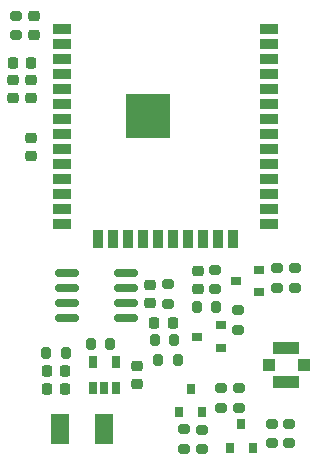
<source format=gbr>
%TF.GenerationSoftware,KiCad,Pcbnew,8.0.1*%
%TF.CreationDate,2024-04-03T20:26:05-05:00*%
%TF.ProjectId,meshtastic-diy,6d657368-7461-4737-9469-632d6469792e,2.1*%
%TF.SameCoordinates,Original*%
%TF.FileFunction,Paste,Top*%
%TF.FilePolarity,Positive*%
%FSLAX46Y46*%
G04 Gerber Fmt 4.6, Leading zero omitted, Abs format (unit mm)*
G04 Created by KiCad (PCBNEW 8.0.1) date 2024-04-03 20:26:05*
%MOMM*%
%LPD*%
G01*
G04 APERTURE LIST*
G04 Aperture macros list*
%AMRoundRect*
0 Rectangle with rounded corners*
0 $1 Rounding radius*
0 $2 $3 $4 $5 $6 $7 $8 $9 X,Y pos of 4 corners*
0 Add a 4 corners polygon primitive as box body*
4,1,4,$2,$3,$4,$5,$6,$7,$8,$9,$2,$3,0*
0 Add four circle primitives for the rounded corners*
1,1,$1+$1,$2,$3*
1,1,$1+$1,$4,$5*
1,1,$1+$1,$6,$7*
1,1,$1+$1,$8,$9*
0 Add four rect primitives between the rounded corners*
20,1,$1+$1,$2,$3,$4,$5,0*
20,1,$1+$1,$4,$5,$6,$7,0*
20,1,$1+$1,$6,$7,$8,$9,0*
20,1,$1+$1,$8,$9,$2,$3,0*%
G04 Aperture macros list end*
%ADD10R,0.900000X0.800000*%
%ADD11RoundRect,0.200000X-0.275000X0.200000X-0.275000X-0.200000X0.275000X-0.200000X0.275000X0.200000X0*%
%ADD12RoundRect,0.150000X-0.825000X-0.150000X0.825000X-0.150000X0.825000X0.150000X-0.825000X0.150000X0*%
%ADD13RoundRect,0.225000X-0.250000X0.225000X-0.250000X-0.225000X0.250000X-0.225000X0.250000X0.225000X0*%
%ADD14R,1.500000X2.500000*%
%ADD15RoundRect,0.225000X0.250000X-0.225000X0.250000X0.225000X-0.250000X0.225000X-0.250000X-0.225000X0*%
%ADD16RoundRect,0.200000X0.275000X-0.200000X0.275000X0.200000X-0.275000X0.200000X-0.275000X-0.200000X0*%
%ADD17RoundRect,0.218750X-0.218750X-0.256250X0.218750X-0.256250X0.218750X0.256250X-0.218750X0.256250X0*%
%ADD18RoundRect,0.200000X-0.200000X-0.275000X0.200000X-0.275000X0.200000X0.275000X-0.200000X0.275000X0*%
%ADD19RoundRect,0.200000X0.200000X0.275000X-0.200000X0.275000X-0.200000X-0.275000X0.200000X-0.275000X0*%
%ADD20RoundRect,0.225000X-0.225000X-0.250000X0.225000X-0.250000X0.225000X0.250000X-0.225000X0.250000X0*%
%ADD21RoundRect,0.225000X0.225000X0.250000X-0.225000X0.250000X-0.225000X-0.250000X0.225000X-0.250000X0*%
%ADD22R,1.000000X1.000000*%
%ADD23R,2.200000X1.050000*%
%ADD24R,0.800000X0.900000*%
%ADD25R,0.650000X1.060000*%
%ADD26R,3.700000X3.700000*%
%ADD27R,1.500000X0.900000*%
%ADD28R,0.900000X1.500000*%
G04 APERTURE END LIST*
D10*
%TO.C,Q1*%
X162500000Y-107500000D03*
X164500000Y-106550000D03*
X164500000Y-108450000D03*
%TD*%
D11*
%TO.C,R1*%
X166000000Y-108050000D03*
X166000000Y-106400000D03*
%TD*%
D12*
%TO.C,U2*%
X153224000Y-106807000D03*
X153224000Y-108077000D03*
X153224000Y-109347000D03*
X153224000Y-110617000D03*
X148274000Y-110617000D03*
X148274000Y-109347000D03*
X148274000Y-108077000D03*
X148274000Y-106807000D03*
%TD*%
D13*
%TO.C,C4*%
X155300000Y-109375000D03*
X155300000Y-107825000D03*
%TD*%
D14*
%TO.C,L2*%
X147650000Y-120050000D03*
X151350000Y-120050000D03*
%TD*%
D15*
%TO.C,C5*%
X145200000Y-90475000D03*
X145200000Y-92025000D03*
%TD*%
D10*
%TO.C,Q2*%
X159250000Y-112200000D03*
X161250000Y-111250000D03*
X161250000Y-113150000D03*
%TD*%
D16*
%TO.C,R3*%
X162700000Y-109975000D03*
X162700000Y-111625000D03*
%TD*%
D11*
%TO.C,R6*%
X156800000Y-109425000D03*
X156800000Y-107775000D03*
%TD*%
%TO.C,R2*%
X167500000Y-108050000D03*
X167500000Y-106400000D03*
%TD*%
D17*
%TO.C,D1*%
X157187500Y-111000000D03*
X155612500Y-111000000D03*
%TD*%
D18*
%TO.C,R14*%
X151900000Y-112800000D03*
X150250000Y-112800000D03*
%TD*%
D19*
%TO.C,R8*%
X155650000Y-112500000D03*
X157300000Y-112500000D03*
%TD*%
D13*
%TO.C,C10*%
X154175000Y-116225000D03*
X154175000Y-114675000D03*
%TD*%
%TO.C,C6*%
X145200000Y-96900000D03*
X145200000Y-95350000D03*
%TD*%
D11*
%TO.C,R9*%
X143900000Y-86675000D03*
X143900000Y-85025000D03*
%TD*%
D20*
%TO.C,C12*%
X148075000Y-116600000D03*
X146525000Y-116600000D03*
%TD*%
D13*
%TO.C,C1*%
X159300000Y-108150000D03*
X159300000Y-106600000D03*
%TD*%
D18*
%TO.C,R4*%
X157625000Y-114200000D03*
X155975000Y-114200000D03*
%TD*%
D15*
%TO.C,C13*%
X143700000Y-90475000D03*
X143700000Y-92025000D03*
%TD*%
%TO.C,C2*%
X145400000Y-85075000D03*
X145400000Y-86625000D03*
%TD*%
D21*
%TO.C,C3*%
X143650000Y-89000000D03*
X145200000Y-89000000D03*
%TD*%
D22*
%TO.C,J4*%
X165300000Y-114600000D03*
D23*
X166800000Y-113125000D03*
X166800000Y-116075000D03*
D22*
X168300000Y-114600000D03*
%TD*%
D24*
%TO.C,Q4*%
X163000000Y-119600000D03*
X163950000Y-121600000D03*
X162050000Y-121600000D03*
%TD*%
D11*
%TO.C,R16*%
X161300000Y-118225000D03*
X161300000Y-116575000D03*
%TD*%
D20*
%TO.C,C11*%
X148075000Y-115100000D03*
X146525000Y-115100000D03*
%TD*%
D18*
%TO.C,R7*%
X160875000Y-109700000D03*
X159225000Y-109700000D03*
%TD*%
D11*
%TO.C,R5*%
X160800000Y-108200000D03*
X160800000Y-106550000D03*
%TD*%
D18*
%TO.C,R13*%
X148125000Y-113600000D03*
X146475000Y-113600000D03*
%TD*%
D25*
%TO.C,U5*%
X150450000Y-114350000D03*
X152350000Y-114350000D03*
X152350000Y-116550000D03*
X151400000Y-116550000D03*
X150450000Y-116550000D03*
%TD*%
D11*
%TO.C,R10*%
X159700000Y-121725000D03*
X159700000Y-120075000D03*
%TD*%
%TO.C,R11*%
X158100000Y-121700000D03*
X158100000Y-120050000D03*
%TD*%
D24*
%TO.C,Q5*%
X158700000Y-116600000D03*
X159650000Y-118600000D03*
X157750000Y-118600000D03*
%TD*%
D11*
%TO.C,R15*%
X162800000Y-118225000D03*
X162800000Y-116575000D03*
%TD*%
%TO.C,R12*%
X165550000Y-121225000D03*
X165550000Y-119575000D03*
%TD*%
D16*
%TO.C,R17*%
X167050000Y-119575000D03*
X167050000Y-121225000D03*
%TD*%
D26*
%TO.C,U1*%
X155100000Y-93530000D03*
D27*
X165350000Y-86190000D03*
X165350000Y-87460000D03*
X165350000Y-88730000D03*
X165350000Y-90000000D03*
X165350000Y-91270000D03*
X165350000Y-92540000D03*
X165350000Y-93810000D03*
X165350000Y-95080000D03*
X165350000Y-96350000D03*
X165350000Y-97620000D03*
X165350000Y-98890000D03*
X165350000Y-100160000D03*
X165350000Y-101430000D03*
X165350000Y-102700000D03*
D28*
X162315000Y-103950000D03*
X161045000Y-103950000D03*
X159775000Y-103950000D03*
X158505000Y-103950000D03*
X157235000Y-103950000D03*
X155965000Y-103950000D03*
X154695000Y-103950000D03*
X153425000Y-103950000D03*
X152155000Y-103950000D03*
X150885000Y-103950000D03*
D27*
X147850000Y-102700000D03*
X147850000Y-101430000D03*
X147850000Y-100160000D03*
X147850000Y-98890000D03*
X147850000Y-97620000D03*
X147850000Y-96350000D03*
X147850000Y-95080000D03*
X147850000Y-93810000D03*
X147850000Y-92540000D03*
X147850000Y-91270000D03*
X147850000Y-90000000D03*
X147850000Y-88730000D03*
X147850000Y-87460000D03*
X147850000Y-86190000D03*
%TD*%
M02*

</source>
